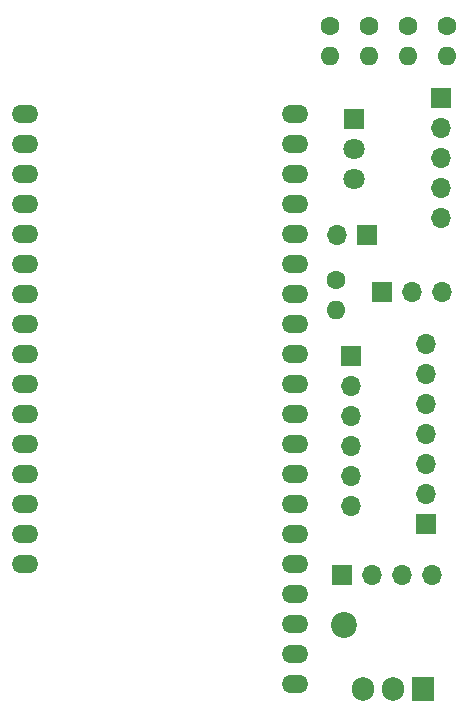
<source format=gbr>
G04 #@! TF.GenerationSoftware,KiCad,Pcbnew,(5.1.8-0-10_14)*
G04 #@! TF.CreationDate,2021-01-25T13:15:20+01:00*
G04 #@! TF.ProjectId,GpsRouteTracker,47707352-6f75-4746-9554-7261636b6572,2.0.0*
G04 #@! TF.SameCoordinates,Original*
G04 #@! TF.FileFunction,Soldermask,Top*
G04 #@! TF.FilePolarity,Negative*
%FSLAX46Y46*%
G04 Gerber Fmt 4.6, Leading zero omitted, Abs format (unit mm)*
G04 Created by KiCad (PCBNEW (5.1.8-0-10_14)) date 2021-01-25 13:15:20*
%MOMM*%
%LPD*%
G01*
G04 APERTURE LIST*
%ADD10O,1.600000X1.600000*%
%ADD11C,1.600000*%
%ADD12O,2.268000X1.524000*%
%ADD13C,2.200000*%
%ADD14R,1.700000X1.700000*%
%ADD15O,1.700000X1.700000*%
%ADD16R,1.905000X2.000000*%
%ADD17O,1.905000X2.000000*%
%ADD18C,1.800000*%
%ADD19R,1.800000X1.800000*%
G04 APERTURE END LIST*
D10*
X145542000Y-66294000D03*
D11*
X145542000Y-63754000D03*
D12*
X113105001Y-71195001D03*
X113105001Y-73735001D03*
X113105001Y-76275001D03*
X113105001Y-78815001D03*
X113105001Y-81355001D03*
X113105001Y-83895001D03*
X113105001Y-86435001D03*
X113105001Y-88975001D03*
X113105001Y-91515001D03*
X113105001Y-94055001D03*
X113105001Y-96595001D03*
X113105001Y-99135001D03*
X113105001Y-101675001D03*
X113105001Y-104215001D03*
X113105001Y-106755001D03*
X113105001Y-109295001D03*
X135965001Y-71195001D03*
X135965001Y-73735001D03*
X135965001Y-76275001D03*
X135965001Y-78815001D03*
X135965001Y-81355001D03*
X135965001Y-83895001D03*
X135965001Y-86435001D03*
X135965001Y-88975001D03*
X135965001Y-91515001D03*
X135965001Y-94055001D03*
X135965001Y-96595001D03*
X135965001Y-99135001D03*
X135965001Y-101675001D03*
X135965001Y-104215001D03*
X135965001Y-106755001D03*
X135965001Y-109295001D03*
X135965001Y-111835001D03*
X135965001Y-114375001D03*
X135965001Y-116915001D03*
X135965001Y-119455001D03*
D11*
X138938000Y-63754000D03*
D10*
X138938000Y-66294000D03*
D13*
X140182600Y-114503200D03*
D14*
X140716000Y-91694000D03*
D15*
X140716000Y-94234000D03*
X140716000Y-96774000D03*
X140716000Y-99314000D03*
X140716000Y-101854000D03*
X140716000Y-104394000D03*
D14*
X147066000Y-105918000D03*
D15*
X147066000Y-103378000D03*
X147066000Y-100838000D03*
X147066000Y-98298000D03*
X147066000Y-95758000D03*
X147066000Y-93218000D03*
X147066000Y-90678000D03*
D11*
X142240000Y-63754000D03*
D10*
X142240000Y-66294000D03*
X139496800Y-87782400D03*
D11*
X139496800Y-85242400D03*
D14*
X143383000Y-86258400D03*
D15*
X145923000Y-86258400D03*
X148463000Y-86258400D03*
D14*
X139954000Y-110236000D03*
D15*
X142494000Y-110236000D03*
X145034000Y-110236000D03*
X147574000Y-110236000D03*
D16*
X146812000Y-119888000D03*
D17*
X144272000Y-119888000D03*
X141732000Y-119888000D03*
D14*
X148336000Y-69850000D03*
D15*
X148336000Y-72390000D03*
X148336000Y-74930000D03*
X148336000Y-77470000D03*
X148336000Y-80010000D03*
D11*
X148844000Y-63754000D03*
D10*
X148844000Y-66294000D03*
D18*
X140970000Y-76708000D03*
X140970000Y-74168000D03*
D19*
X140970000Y-71628000D03*
D14*
X142087600Y-81432400D03*
D15*
X139547600Y-81432400D03*
M02*

</source>
